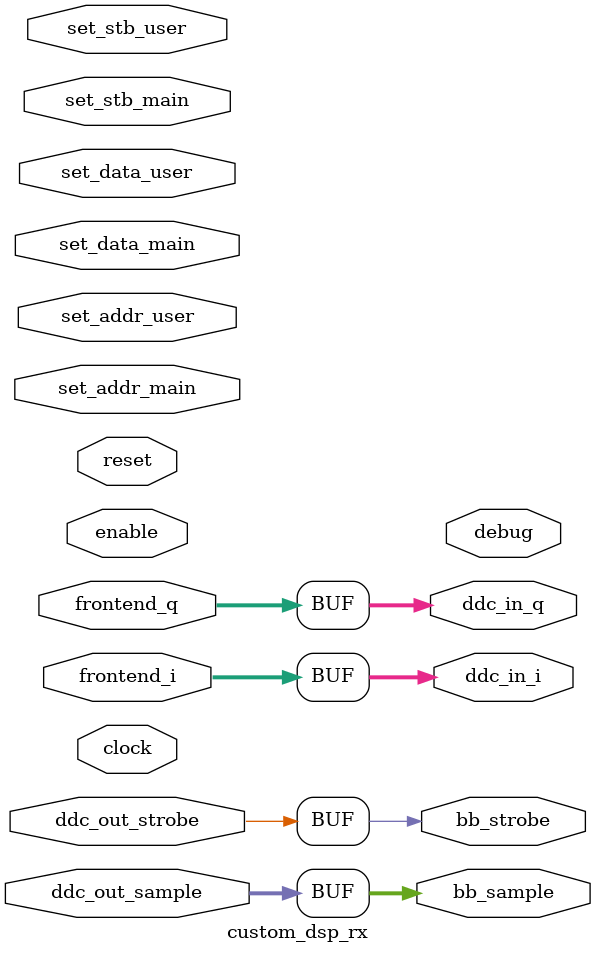
<source format=v>


//The following module effects the IO of the DDC chain.
//By default, this entire module is a simple pass-through.

//To implement DSP logic before the DDC:
//Implement custom DSP between frontend and ddc input.

//To implement DSP logic after the DDC:
//Implement custom DSP between ddc output and baseband.

//To bypass the DDC with custom logic:
//Implement custom DSP between frontend and baseband.

module custom_dsp_rx
#(
    //the dsp unit number: 0, 1, 2...
    parameter DSPNO = 0,

    //frontend bus width
    parameter WIDTH = 24
)
(
    //control signals
    input clock, input reset, input enable,

    //main settings bus for built-in modules
    input set_stb_main, input [7:0] set_addr_main, input [31:0] set_data_main,

    //user settings bus, controlled through user setting regs API
    input set_stb_user, input [7:0] set_addr_user, input [31:0] set_data_user,

    //full rate inputs directly from the RX frontend
    input [WIDTH-1:0] frontend_i,
    input [WIDTH-1:0] frontend_q,

    //full rate outputs directly to the DDC chain
    output [WIDTH-1:0] ddc_in_i,
    output [WIDTH-1:0] ddc_in_q,

    //strobed samples {I16,Q16} from the RX DDC chain
    input [31:0] ddc_out_sample,
    input ddc_out_strobe, //high on valid sample

    //strobbed baseband samples {I16,Q16} from this module
    output [31:0] bb_sample,
    output bb_strobe, //high on valid sample

    //debug output (optional)
    output [31:0] debug
);

    generate
        if (DSPNO==0) begin
            `ifndef RX_DSP0_MODULE
            assign ddc_in_i = frontend_i;
            assign ddc_in_q = frontend_q;
            assign bb_sample = ddc_out_sample;
            assign bb_strobe = ddc_out_strobe;
            `else
            RX_DSP0_CUSTOM_MODULE_NAME rx_dsp0_custom
            (
                .clock(clock), .reset(reset), .enable(enable),
                .set_stb(set_stb), .set_addr(set_addr), .set_data(set_data),
                .frontend_i(frontend_i), .frontend_q(frontend_q),
                .ddc_in_i(ddc_in_i), .ddc_in_q(ddc_in_q),
                .ddc_out_sample(ddc_out_sample), .ddc_out_strobe(ddc_out_strobe),
                .bb_sample(bb_sample), .bb_strobe(bb_strobe)
            );
            `endif
        end
        else begin
            `ifndef RX_DSP1_MODULE
            assign ddc_in_i = frontend_i;
            assign ddc_in_q = frontend_q;
            assign bb_sample = ddc_out_sample;
            assign bb_strobe = ddc_out_strobe;
            `else
            RX_DSP1_CUSTOM_MODULE_NAME rx_dsp1_custom
            (
                .clock(clock), .reset(reset), .enable(enable),
                .set_stb(set_stb), .set_addr(set_addr), .set_data(set_data),
                .frontend_i(frontend_i), .frontend_q(frontend_q),
                .ddc_in_i(ddc_in_i), .ddc_in_q(ddc_in_q),
                .ddc_out_sample(ddc_out_sample), .ddc_out_strobe(ddc_out_strobe),
                .bb_sample(bb_sample), .bb_strobe(bb_strobe)
            );
            `endif
        end
    endgenerate

endmodule //custom_dsp_rx

</source>
